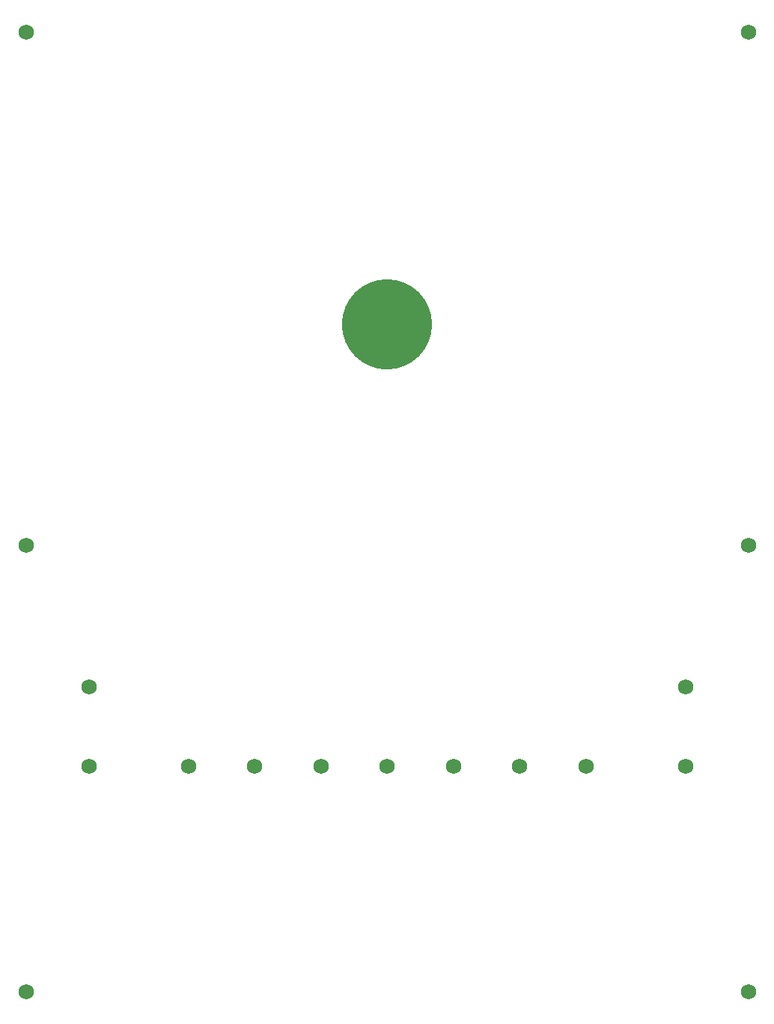
<source format=gbs>
G04 Layer_Color=8150272*
%FSLAX25Y25*%
%MOIN*%
G70*
G01*
G75*
%ADD14C,0.06800*%
%ADD15C,0.40170*%
D14*
X273622Y230315D02*
D03*
X112795Y557087D02*
D03*
X140748Y265748D02*
D03*
X434449Y129921D02*
D03*
Y328740D02*
D03*
Y557087D02*
D03*
X140748Y230315D02*
D03*
X244094D02*
D03*
X332677D02*
D03*
X303150D02*
D03*
X362205D02*
D03*
X406496D02*
D03*
Y265748D02*
D03*
X112795Y328740D02*
D03*
Y129921D02*
D03*
X185039Y230315D02*
D03*
X214567D02*
D03*
D15*
X273622Y427165D02*
D03*
M02*

</source>
